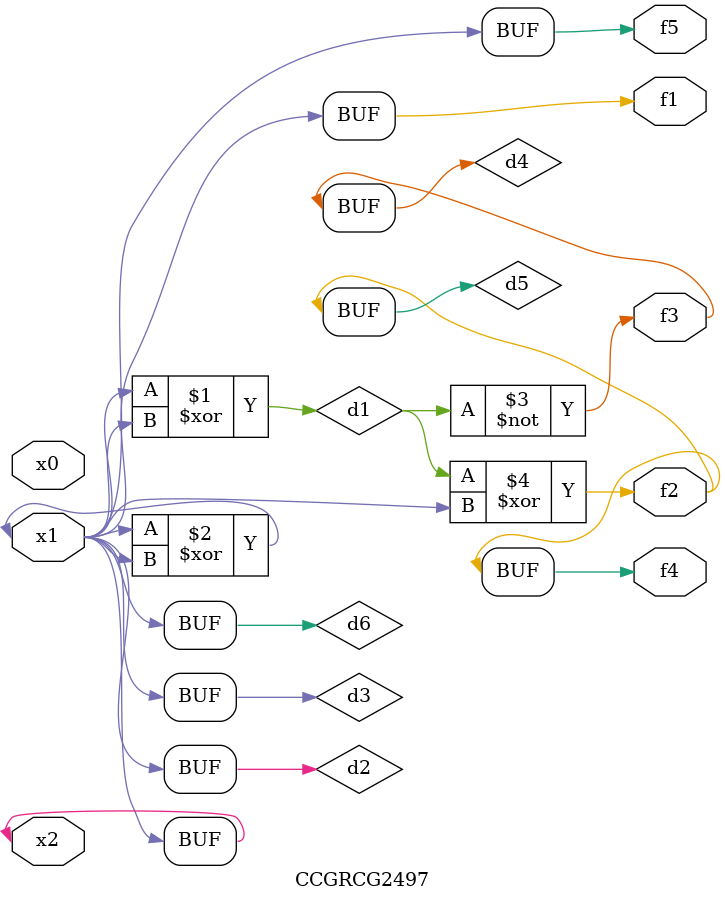
<source format=v>
module CCGRCG2497(
	input x0, x1, x2,
	output f1, f2, f3, f4, f5
);

	wire d1, d2, d3, d4, d5, d6;

	xor (d1, x1, x2);
	buf (d2, x1, x2);
	xor (d3, x1, x2);
	nor (d4, d1);
	xor (d5, d1, d2);
	buf (d6, d2, d3);
	assign f1 = d6;
	assign f2 = d5;
	assign f3 = d4;
	assign f4 = d5;
	assign f5 = d6;
endmodule

</source>
